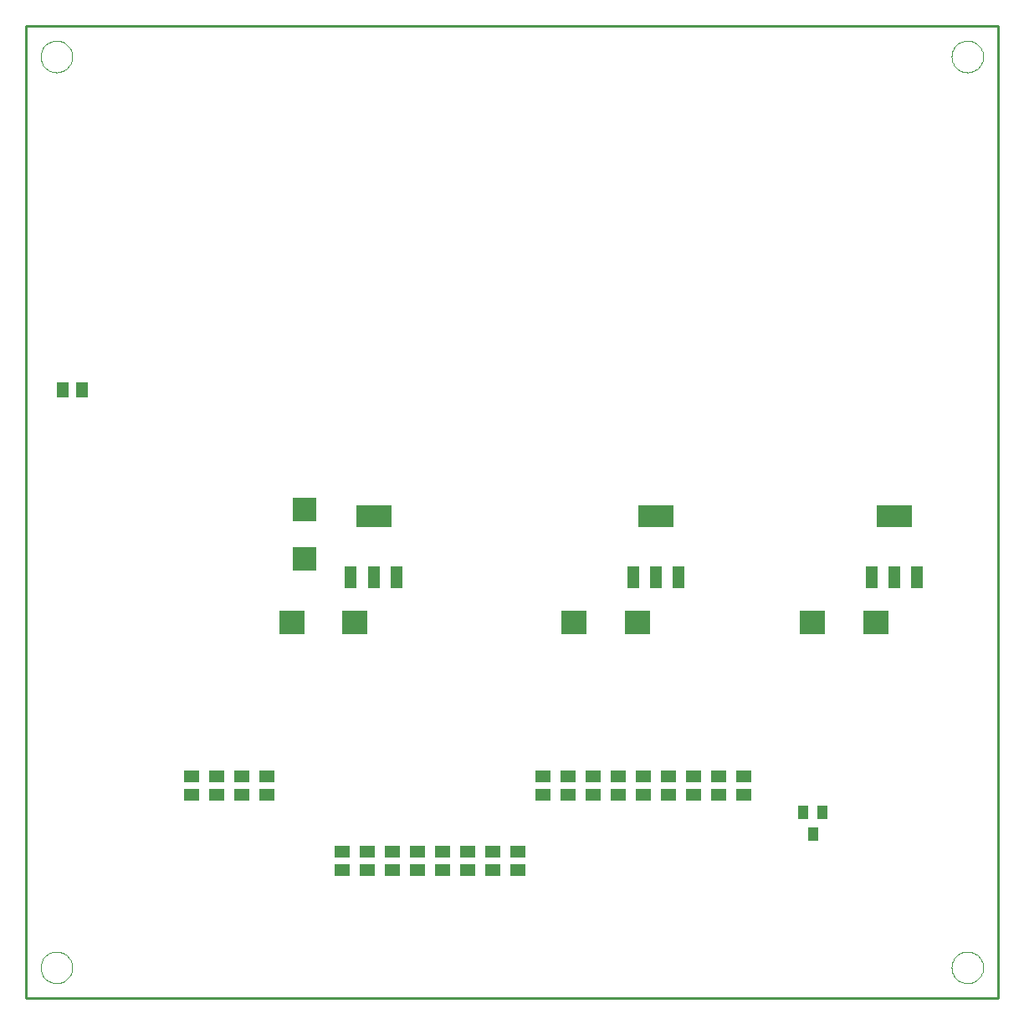
<source format=gbp>
G75*
G70*
%OFA0B0*%
%FSLAX24Y24*%
%IPPOS*%
%LPD*%
%AMOC8*
5,1,8,0,0,1.08239X$1,22.5*
%
%ADD10C,0.0100*%
%ADD11C,0.0000*%
%ADD12R,0.0591X0.0512*%
%ADD13R,0.0512X0.0591*%
%ADD14R,0.0394X0.0551*%
%ADD15R,0.0480X0.0880*%
%ADD16R,0.1417X0.0866*%
%ADD17R,0.1024X0.0945*%
%ADD18R,0.0945X0.0945*%
D10*
X002638Y000643D02*
X002638Y039398D01*
X041393Y039398D01*
X041393Y000643D01*
X002638Y000643D01*
D11*
X003238Y001874D02*
X003240Y001924D01*
X003246Y001974D01*
X003256Y002023D01*
X003270Y002071D01*
X003287Y002118D01*
X003308Y002163D01*
X003333Y002207D01*
X003361Y002248D01*
X003393Y002287D01*
X003427Y002324D01*
X003464Y002358D01*
X003504Y002388D01*
X003546Y002415D01*
X003590Y002439D01*
X003636Y002460D01*
X003683Y002476D01*
X003731Y002489D01*
X003781Y002498D01*
X003830Y002503D01*
X003881Y002504D01*
X003931Y002501D01*
X003980Y002494D01*
X004029Y002483D01*
X004077Y002468D01*
X004123Y002450D01*
X004168Y002428D01*
X004211Y002402D01*
X004252Y002373D01*
X004291Y002341D01*
X004327Y002306D01*
X004359Y002268D01*
X004389Y002228D01*
X004416Y002185D01*
X004439Y002141D01*
X004458Y002095D01*
X004474Y002047D01*
X004486Y001998D01*
X004494Y001949D01*
X004498Y001899D01*
X004498Y001849D01*
X004494Y001799D01*
X004486Y001750D01*
X004474Y001701D01*
X004458Y001653D01*
X004439Y001607D01*
X004416Y001563D01*
X004389Y001520D01*
X004359Y001480D01*
X004327Y001442D01*
X004291Y001407D01*
X004252Y001375D01*
X004211Y001346D01*
X004168Y001320D01*
X004123Y001298D01*
X004077Y001280D01*
X004029Y001265D01*
X003980Y001254D01*
X003931Y001247D01*
X003881Y001244D01*
X003830Y001245D01*
X003781Y001250D01*
X003731Y001259D01*
X003683Y001272D01*
X003636Y001288D01*
X003590Y001309D01*
X003546Y001333D01*
X003504Y001360D01*
X003464Y001390D01*
X003427Y001424D01*
X003393Y001461D01*
X003361Y001500D01*
X003333Y001541D01*
X003308Y001585D01*
X003287Y001630D01*
X003270Y001677D01*
X003256Y001725D01*
X003246Y001774D01*
X003240Y001824D01*
X003238Y001874D01*
X003238Y038168D02*
X003240Y038218D01*
X003246Y038268D01*
X003256Y038317D01*
X003270Y038365D01*
X003287Y038412D01*
X003308Y038457D01*
X003333Y038501D01*
X003361Y038542D01*
X003393Y038581D01*
X003427Y038618D01*
X003464Y038652D01*
X003504Y038682D01*
X003546Y038709D01*
X003590Y038733D01*
X003636Y038754D01*
X003683Y038770D01*
X003731Y038783D01*
X003781Y038792D01*
X003830Y038797D01*
X003881Y038798D01*
X003931Y038795D01*
X003980Y038788D01*
X004029Y038777D01*
X004077Y038762D01*
X004123Y038744D01*
X004168Y038722D01*
X004211Y038696D01*
X004252Y038667D01*
X004291Y038635D01*
X004327Y038600D01*
X004359Y038562D01*
X004389Y038522D01*
X004416Y038479D01*
X004439Y038435D01*
X004458Y038389D01*
X004474Y038341D01*
X004486Y038292D01*
X004494Y038243D01*
X004498Y038193D01*
X004498Y038143D01*
X004494Y038093D01*
X004486Y038044D01*
X004474Y037995D01*
X004458Y037947D01*
X004439Y037901D01*
X004416Y037857D01*
X004389Y037814D01*
X004359Y037774D01*
X004327Y037736D01*
X004291Y037701D01*
X004252Y037669D01*
X004211Y037640D01*
X004168Y037614D01*
X004123Y037592D01*
X004077Y037574D01*
X004029Y037559D01*
X003980Y037548D01*
X003931Y037541D01*
X003881Y037538D01*
X003830Y037539D01*
X003781Y037544D01*
X003731Y037553D01*
X003683Y037566D01*
X003636Y037582D01*
X003590Y037603D01*
X003546Y037627D01*
X003504Y037654D01*
X003464Y037684D01*
X003427Y037718D01*
X003393Y037755D01*
X003361Y037794D01*
X003333Y037835D01*
X003308Y037879D01*
X003287Y037924D01*
X003270Y037971D01*
X003256Y038019D01*
X003246Y038068D01*
X003240Y038118D01*
X003238Y038168D01*
X039532Y038168D02*
X039534Y038218D01*
X039540Y038268D01*
X039550Y038317D01*
X039564Y038365D01*
X039581Y038412D01*
X039602Y038457D01*
X039627Y038501D01*
X039655Y038542D01*
X039687Y038581D01*
X039721Y038618D01*
X039758Y038652D01*
X039798Y038682D01*
X039840Y038709D01*
X039884Y038733D01*
X039930Y038754D01*
X039977Y038770D01*
X040025Y038783D01*
X040075Y038792D01*
X040124Y038797D01*
X040175Y038798D01*
X040225Y038795D01*
X040274Y038788D01*
X040323Y038777D01*
X040371Y038762D01*
X040417Y038744D01*
X040462Y038722D01*
X040505Y038696D01*
X040546Y038667D01*
X040585Y038635D01*
X040621Y038600D01*
X040653Y038562D01*
X040683Y038522D01*
X040710Y038479D01*
X040733Y038435D01*
X040752Y038389D01*
X040768Y038341D01*
X040780Y038292D01*
X040788Y038243D01*
X040792Y038193D01*
X040792Y038143D01*
X040788Y038093D01*
X040780Y038044D01*
X040768Y037995D01*
X040752Y037947D01*
X040733Y037901D01*
X040710Y037857D01*
X040683Y037814D01*
X040653Y037774D01*
X040621Y037736D01*
X040585Y037701D01*
X040546Y037669D01*
X040505Y037640D01*
X040462Y037614D01*
X040417Y037592D01*
X040371Y037574D01*
X040323Y037559D01*
X040274Y037548D01*
X040225Y037541D01*
X040175Y037538D01*
X040124Y037539D01*
X040075Y037544D01*
X040025Y037553D01*
X039977Y037566D01*
X039930Y037582D01*
X039884Y037603D01*
X039840Y037627D01*
X039798Y037654D01*
X039758Y037684D01*
X039721Y037718D01*
X039687Y037755D01*
X039655Y037794D01*
X039627Y037835D01*
X039602Y037879D01*
X039581Y037924D01*
X039564Y037971D01*
X039550Y038019D01*
X039540Y038068D01*
X039534Y038118D01*
X039532Y038168D01*
X039532Y001874D02*
X039534Y001924D01*
X039540Y001974D01*
X039550Y002023D01*
X039564Y002071D01*
X039581Y002118D01*
X039602Y002163D01*
X039627Y002207D01*
X039655Y002248D01*
X039687Y002287D01*
X039721Y002324D01*
X039758Y002358D01*
X039798Y002388D01*
X039840Y002415D01*
X039884Y002439D01*
X039930Y002460D01*
X039977Y002476D01*
X040025Y002489D01*
X040075Y002498D01*
X040124Y002503D01*
X040175Y002504D01*
X040225Y002501D01*
X040274Y002494D01*
X040323Y002483D01*
X040371Y002468D01*
X040417Y002450D01*
X040462Y002428D01*
X040505Y002402D01*
X040546Y002373D01*
X040585Y002341D01*
X040621Y002306D01*
X040653Y002268D01*
X040683Y002228D01*
X040710Y002185D01*
X040733Y002141D01*
X040752Y002095D01*
X040768Y002047D01*
X040780Y001998D01*
X040788Y001949D01*
X040792Y001899D01*
X040792Y001849D01*
X040788Y001799D01*
X040780Y001750D01*
X040768Y001701D01*
X040752Y001653D01*
X040733Y001607D01*
X040710Y001563D01*
X040683Y001520D01*
X040653Y001480D01*
X040621Y001442D01*
X040585Y001407D01*
X040546Y001375D01*
X040505Y001346D01*
X040462Y001320D01*
X040417Y001298D01*
X040371Y001280D01*
X040323Y001265D01*
X040274Y001254D01*
X040225Y001247D01*
X040175Y001244D01*
X040124Y001245D01*
X040075Y001250D01*
X040025Y001259D01*
X039977Y001272D01*
X039930Y001288D01*
X039884Y001309D01*
X039840Y001333D01*
X039798Y001360D01*
X039758Y001390D01*
X039721Y001424D01*
X039687Y001461D01*
X039655Y001500D01*
X039627Y001541D01*
X039602Y001585D01*
X039581Y001630D01*
X039564Y001677D01*
X039550Y001725D01*
X039540Y001774D01*
X039534Y001824D01*
X039532Y001874D01*
D12*
X031250Y008753D03*
X031250Y009501D03*
X030250Y009501D03*
X030250Y008753D03*
X029250Y008753D03*
X029250Y009501D03*
X028250Y009501D03*
X028250Y008753D03*
X027250Y008753D03*
X027250Y009501D03*
X026250Y009501D03*
X026250Y008753D03*
X025250Y008753D03*
X025250Y009501D03*
X024250Y009501D03*
X024250Y008753D03*
X023250Y008753D03*
X023250Y009501D03*
X022250Y006501D03*
X022250Y005753D03*
X021250Y005753D03*
X021250Y006501D03*
X020250Y006501D03*
X020250Y005753D03*
X019250Y005753D03*
X019250Y006501D03*
X018250Y006501D03*
X018250Y005753D03*
X017250Y005753D03*
X017250Y006501D03*
X016250Y006501D03*
X016250Y005753D03*
X015250Y005753D03*
X015250Y006501D03*
X012250Y008753D03*
X012250Y009501D03*
X011250Y009501D03*
X011250Y008753D03*
X010250Y008753D03*
X010250Y009501D03*
X009250Y009501D03*
X009250Y008753D03*
D13*
X004874Y024877D03*
X004126Y024877D03*
D14*
X033626Y008060D03*
X034374Y008060D03*
X034000Y007194D03*
D15*
X036340Y017407D03*
X037250Y017407D03*
X038160Y017407D03*
X028660Y017407D03*
X027750Y017407D03*
X026840Y017407D03*
X017410Y017407D03*
X016500Y017407D03*
X015590Y017407D03*
D16*
X016500Y019847D03*
X027750Y019847D03*
X037250Y019847D03*
D17*
X036510Y015627D03*
X033990Y015627D03*
X027010Y015627D03*
X024490Y015627D03*
X015760Y015627D03*
X013240Y015627D03*
D18*
X013750Y018142D03*
X013750Y020111D03*
M02*

</source>
